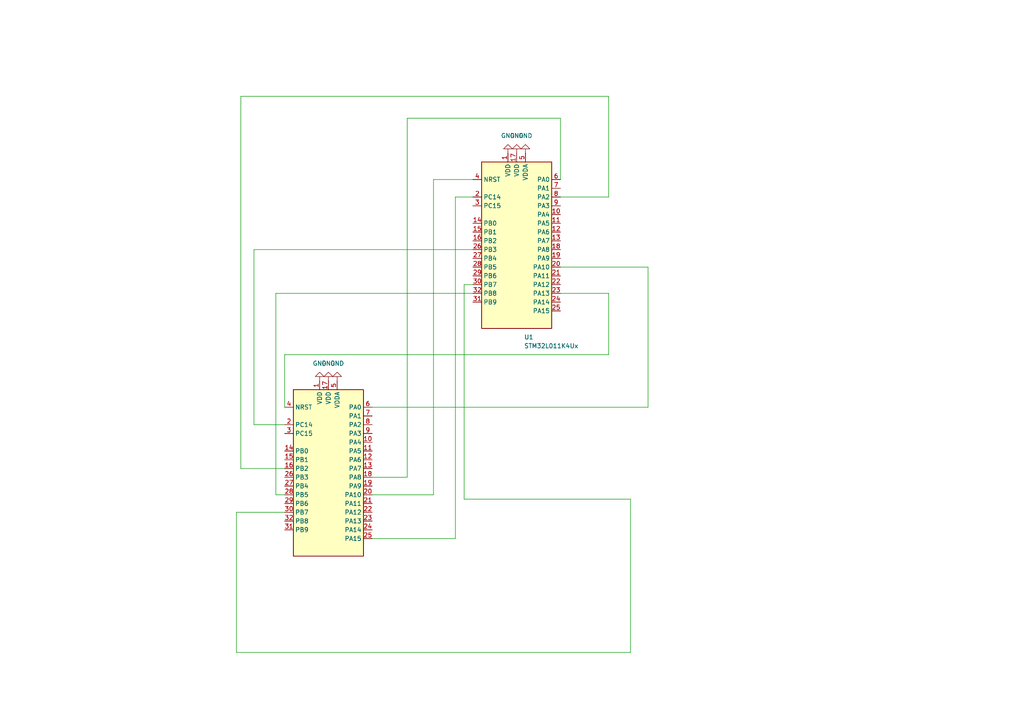
<source format=kicad_sch>
(kicad_sch (version 20250114) (generator "eeschema") (generator_version "9.0")
  (paper "A4")
  (lib_symbols
    (symbol "MCU_ST_STM32L0:STM32L011K4Ux"
      (symbol "STM32L011K4Ux_0_1"
        (rectangle (start -10.16 -22.86) (end 10.16 25.4) (stroke (width 0.254)) (fill (type background)))
      )
      (symbol "STM32L011K4Ux_1_1"
        (pin input line (at -12.7 20.32 0) (length 2.54) (name "NRST") (number "4"))
        (pin bidirectional line (at -12.7 15.24 0) (length 2.54) (name "PC14") (number "2"))
        (pin bidirectional line (at -12.7 12.7 0) (length 2.54) (name "PC15") (number "3"))
        (pin bidirectional line (at -12.7 7.62 0) (length 2.54) (name "PB0") (number "14"))
        (pin bidirectional line (at -12.7 5.08 0) (length 2.54) (name "PB1") (number "15"))
        (pin bidirectional line (at -12.7 2.54 0) (length 2.54) (name "PB2") (number "16"))
        (pin bidirectional line (at -12.7 0 0) (length 2.54) (name "PB3") (number "26"))
        (pin bidirectional line (at -12.7 -2.54 0) (length 2.54) (name "PB4") (number "27"))
        (pin bidirectional line (at -12.7 -5.08 0) (length 2.54) (name "PB5") (number "28"))
        (pin bidirectional line (at -12.7 -7.62 0) (length 2.54) (name "PB6") (number "29"))
        (pin bidirectional line (at -12.7 -10.16 0) (length 2.54) (name "PB7") (number "30"))
        (pin bidirectional line (at -12.7 -12.7 0) (length 2.54) (name "PB8") (number "32"))
        (pin bidirectional line (at -12.7 -15.24 0) (length 2.54) (name "PB9") (number "31"))
        (pin power_in line (at -2.54 27.94 270) (length 2.54) (name "VDD") (number "1"))
        (pin power_in line (at 0 27.94 270) (length 2.54) (name "VDD") (number "17"))
        (pin power_in line (at 2.54 27.94 270) (length 2.54) (name "VDDA") (number "5"))
        (pin bidirectional line (at 12.7 20.32 180) (length 2.54) (name "PA0") (number "6"))
        (pin bidirectional line (at 12.7 17.78 180) (length 2.54) (name "PA1") (number "7"))
        (pin bidirectional line (at 12.7 15.24 180) (length 2.54) (name "PA2") (number "8"))
        (pin bidirectional line (at 12.7 12.7 180) (length 2.54) (name "PA3") (number "9"))
        (pin bidirectional line (at 12.7 10.16 180) (length 2.54) (name "PA4") (number "10"))
        (pin bidirectional line (at 12.7 7.62 180) (length 2.54) (name "PA5") (number "11"))
        (pin bidirectional line (at 12.7 5.08 180) (length 2.54) (name "PA6") (number "12"))
        (pin bidirectional line (at 12.7 2.54 180) (length 2.54) (name "PA7") (number "13"))
        (pin bidirectional line (at 12.7 0 180) (length 2.54) (name "PA8") (number "18"))
        (pin bidirectional line (at 12.7 -2.54 180) (length 2.54) (name "PA9") (number "19"))
        (pin bidirectional line (at 12.7 -5.08 180) (length 2.54) (name "PA10") (number "20"))
        (pin bidirectional line (at 12.7 -7.62 180) (length 2.54) (name "PA11") (number "21"))
        (pin bidirectional line (at 12.7 -10.16 180) (length 2.54) (name "PA12") (number "22"))
        (pin bidirectional line (at 12.7 -12.7 180) (length 2.54) (name "PA13") (number "23"))
        (pin bidirectional line (at 12.7 -15.24 180) (length 2.54) (name "PA14") (number "24"))
        (pin bidirectional line (at 12.7 -17.78 180) (length 2.54) (name "PA15") (number "25"))
      )
    )
    (symbol "STM32L011K4Ux_1"
      (property "Reference" "U1" (at 2.1433 -25.4 0))
      (property "Value" "STM32L011K4Ux" (at 2.1433 -27.94 0))
      (symbol "STM32L011K4Ux_1_0_1"
        (rectangle (start -10.16 -22.86) (end 10.16 25.4) (stroke (width 0.254)) (fill (type background)))
      )
      (symbol "STM32L011K4Ux_1_1_1"
        (pin input line (at -12.7 20.32 0) (length 2.54) (name "NRST") (number "4"))
        (pin bidirectional line (at -12.7 15.24 0) (length 2.54) (name "PC14") (number "2"))
        (pin bidirectional line (at -12.7 12.7 0) (length 2.54) (name "PC15") (number "3"))
        (pin bidirectional line (at -12.7 7.62 0) (length 2.54) (name "PB0") (number "14"))
        (pin bidirectional line (at -12.7 5.08 0) (length 2.54) (name "PB1") (number "15"))
        (pin bidirectional line (at -12.7 2.54 0) (length 2.54) (name "PB2") (number "16"))
        (pin bidirectional line (at -12.7 0 0) (length 2.54) (name "PB3") (number "26"))
        (pin bidirectional line (at -12.7 -2.54 0) (length 2.54) (name "PB4") (number "27"))
        (pin bidirectional line (at -12.7 -5.08 0) (length 2.54) (name "PB5") (number "28"))
        (pin bidirectional line (at -12.7 -7.62 0) (length 2.54) (name "PB6") (number "29"))
        (pin bidirectional line (at -12.7 -10.16 0) (length 2.54) (name "PB7") (number "30"))
        (pin bidirectional line (at -12.7 -12.7 0) (length 2.54) (name "PB8") (number "32"))
        (pin bidirectional line (at -12.7 -15.24 0) (length 2.54) (name "PB9") (number "31"))
        (pin power_in line (at -2.54 27.94 270) (length 2.54) (name "VDD") (number "1"))
        (pin power_in line (at 0 27.94 270) (length 2.54) (name "VDD") (number "17"))
        (pin power_in line (at 2.54 27.94 270) (length 2.54) (name "VDDA") (number "5"))
        (pin bidirectional line (at 12.7 20.32 180) (length 2.54) (name "PA0") (number "6"))
        (pin bidirectional line (at 12.7 17.78 180) (length 2.54) (name "PA1") (number "7"))
        (pin bidirectional line (at 12.7 15.24 180) (length 2.54) (name "PA2") (number "8"))
        (pin bidirectional line (at 12.7 12.7 180) (length 2.54) (name "PA3") (number "9"))
        (pin bidirectional line (at 12.7 10.16 180) (length 2.54) (name "PA4") (number "10"))
        (pin bidirectional line (at 12.7 7.62 180) (length 2.54) (name "PA5") (number "11"))
        (pin bidirectional line (at 12.7 5.08 180) (length 2.54) (name "PA6") (number "12"))
        (pin bidirectional line (at 12.7 2.54 180) (length 2.54) (name "PA7") (number "13"))
        (pin bidirectional line (at 12.7 0 180) (length 2.54) (name "PA8") (number "18"))
        (pin bidirectional line (at 12.7 -2.54 180) (length 2.54) (name "PA9") (number "19"))
        (pin bidirectional line (at 12.7 -5.08 180) (length 2.54) (name "PA10") (number "20"))
        (pin bidirectional line (at 12.7 -7.62 180) (length 2.54) (name "PA11") (number "21"))
        (pin bidirectional line (at 12.7 -10.16 180) (length 2.54) (name "PA12") (number "22"))
        (pin bidirectional line (at 12.7 -12.7 180) (length 2.54) (name "PA13") (number "23"))
        (pin bidirectional line (at 12.7 -15.24 180) (length 2.54) (name "PA14") (number "24"))
        (pin bidirectional line (at 12.7 -17.78 180) (length 2.54) (name "PA15") (number "25"))
      )
    )
    (symbol "power:GND" (power) (pin_numbers (hide yes)) (pin_names (offset 0) (hide yes))
      (property "Value" "GND" (at 0 -3.81 0))
      (symbol "GND_0_1"
        (polyline (pts (xy 0 0) (xy 0 -1.27) (xy 1.27 -1.27) (xy 0 -2.54) (xy -1.27 -1.27) (xy 0 -1.27)))
      )
      (symbol "GND_1_1"
        (pin power_in line (at 0 0 270) (length 0) (name "~") (number "1"))
      )
    )
  )
  (wire (pts (xy 80.01 143.51) (xy 82.55 143.51)))
  (wire (pts (xy 82.55 118.11) (xy 82.55 102.87)))
  (wire (pts (xy 176.53 27.94) (xy 176.53 57.15)))
  (wire (pts (xy 176.53 85.09) (xy 162.56 85.09)))
  (wire (pts (xy 82.55 102.87) (xy 176.53 102.87)))
  (wire (pts (xy 82.55 135.89) (xy 69.85 135.89)))
  (wire (pts (xy 73.66 123.19) (xy 82.55 123.19)))
  (wire (pts (xy 182.88 144.78) (xy 134.62 144.78)))
  (wire (pts (xy 125.73 143.51) (xy 107.95 143.51)))
  (wire (pts (xy 132.08 156.21) (xy 107.95 156.21)))
  (wire (pts (xy 137.16 85.09) (xy 80.01 85.09)))
  (wire (pts (xy 69.85 135.89) (xy 69.85 27.94)))
  (wire (pts (xy 176.53 57.15) (xy 162.56 57.15)))
  (wire (pts (xy 80.01 85.09) (xy 80.01 143.51)))
  (wire (pts (xy 82.55 148.59) (xy 68.58 148.59)))
  (wire (pts (xy 132.08 57.15) (xy 132.08 156.21)))
  (wire (pts (xy 134.62 82.55) (xy 137.16 82.55)))
  (wire (pts (xy 137.16 57.15) (xy 132.08 57.15)))
  (wire (pts (xy 118.11 138.43) (xy 107.95 138.43)))
  (wire (pts (xy 73.66 72.39) (xy 137.16 72.39)))
  (wire (pts (xy 162.56 77.47) (xy 187.96 77.47)))
  (wire (pts (xy 187.96 77.47) (xy 187.96 118.11)))
  (wire (pts (xy 162.56 34.29) (xy 118.11 34.29)))
  (wire (pts (xy 137.16 52.07) (xy 125.73 52.07)))
  (wire (pts (xy 68.58 189.23) (xy 182.88 189.23)))
  (wire (pts (xy 134.62 144.78) (xy 134.62 82.55)))
  (wire (pts (xy 162.56 52.07) (xy 162.56 34.29)))
  (wire (pts (xy 182.88 189.23) (xy 182.88 144.78)))
  (wire (pts (xy 73.66 72.39) (xy 73.66 123.19)))
  (wire (pts (xy 68.58 148.59) (xy 68.58 189.23)))
  (wire (pts (xy 125.73 52.07) (xy 125.73 143.51)))
  (wire (pts (xy 69.85 27.94) (xy 176.53 27.94)))
  (wire (pts (xy 118.11 34.29) (xy 118.11 138.43)))
  (wire (pts (xy 176.53 102.87) (xy 176.53 85.09)))
  (wire (pts (xy 187.96 118.11) (xy 107.95 118.11)))
  (symbol (lib_name "STM32L011K4Ux_1") (lib_id "MCU_ST_STM32L0:STM32L011K4Ux") (at 149.86 72.39 0) (unit 1)
    (property "Reference" "U1" (at 152.0033 97.79 0) (effects (justify left)))
    (property "Value" "STM32L011K4Ux" (at 152.0033 100.33 0) (effects (justify left)))
    (property "Footprint" "Package_DFN_QFN:QFN-32-1EP_5x5mm_P0.5mm_EP3.45x3.45mm" (effects (hide yes)))
    (property "Datasheet" "https://www.st.com/resource/en/datasheet/stm32l011k4.pdf" (effects (hide yes)))
    (property "Description" "STMicroelectronics Arm Cortex-M0+ MCU, 16KB flash, 2KB RAM, 32 MHz, 1.65-3.6V, 28 GPIO, UFQFPN32" (effects (hide yes)))
  )
  (symbol (lib_id "MCU_ST_STM32L0:STM32L011K4Ux") (at 95.25 138.43 0) (unit 1)
    (property "Reference" "U2" (effects (hide yes)))
    (property "Value" "STM32L011K4Ux" (effects (hide yes)))
    (property "Footprint" "Package_DFN_QFN:QFN-32-1EP_5x5mm_P0.5mm_EP3.45x3.45mm" (effects (hide yes)))
    (property "Datasheet" "https://www.st.com/resource/en/datasheet/stm32l011k4.pdf" (effects (hide yes)))
    (property "Description" "STMicroelectronics Arm Cortex-M0+ MCU, 16KB flash, 2KB RAM, 32 MHz, 1.65-3.6V, 28 GPIO, UFQFPN32" (effects (hide yes)))
  )
  (symbol (lib_id "power:GND") (at 92.71 110.49 0) (mirror x) (unit 1)
    (property "Reference" "#PWR02" (effects (hide yes)))
    (property "Value" "GND" (at 92.71 105.41 0))
    (property "Description" "Power symbol creates a global label with name \"GND\" , ground" (effects (hide yes)))
  )
  (symbol (lib_id "power:GND") (at 152.4 44.45 0) (mirror x) (unit 1)
    (property "Reference" "#PWR05" (effects (hide yes)))
    (property "Value" "GND" (at 152.4 39.37 0))
    (property "Description" "Power symbol creates a global label with name \"GND\" , ground" (effects (hide yes)))
  )
  (symbol (lib_id "power:GND") (at 147.32 44.45 0) (mirror x) (unit 1)
    (property "Reference" "#PWR03" (effects (hide yes)))
    (property "Value" "GND" (at 147.32 39.37 0))
    (property "Description" "Power symbol creates a global label with name \"GND\" , ground" (effects (hide yes)))
  )
  (symbol (lib_id "power:GND") (at 97.79 110.49 0) (mirror x) (unit 1)
    (property "Reference" "#PWR08" (effects (hide yes)))
    (property "Value" "GND" (at 97.79 105.41 0))
    (property "Description" "Power symbol creates a global label with name \"GND\" , ground" (effects (hide yes)))
  )
  (symbol (lib_id "power:GND") (at 149.86 44.45 0) (mirror x) (unit 1)
    (property "Reference" "#PWR04" (effects (hide yes)))
    (property "Value" "GND" (at 149.86 39.37 0))
    (property "Description" "Power symbol creates a global label with name \"GND\" , ground" (effects (hide yes)))
  )
  (symbol (lib_id "power:GND") (at 95.25 110.49 0) (mirror x) (unit 1)
    (property "Reference" "#PWR06" (effects (hide yes)))
    (property "Value" "GND" (at 95.25 105.41 0))
    (property "Description" "Power symbol creates a global label with name \"GND\" , ground" (effects (hide yes)))
  )
)
</source>
